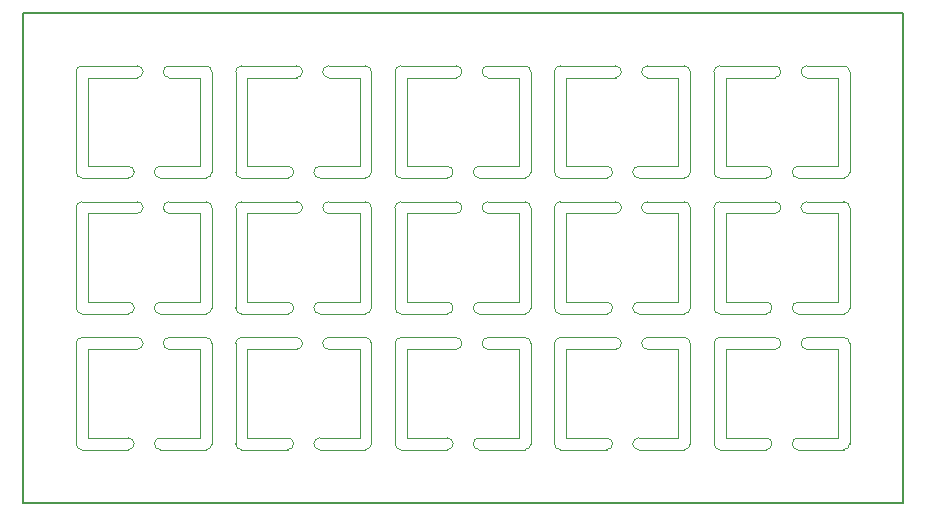
<source format=gbr>
G04 #@! TF.GenerationSoftware,KiCad,Pcbnew,(5.1.4)-1*
G04 #@! TF.CreationDate,2021-03-14T16:57:56+01:00*
G04 #@! TF.ProjectId,panel_5x3,70616e65-6c5f-4357-9833-2e6b69636164,rev?*
G04 #@! TF.SameCoordinates,Original*
G04 #@! TF.FileFunction,Profile,NP*
%FSLAX46Y46*%
G04 Gerber Fmt 4.6, Leading zero omitted, Abs format (unit mm)*
G04 Created by KiCad (PCBNEW (5.1.4)-1) date 2021-03-14 16:57:56*
%MOMM*%
%LPD*%
G04 APERTURE LIST*
%ADD10C,0.100000*%
%ADD11C,0.150000*%
G04 APERTURE END LIST*
D10*
X115500000Y-54000000D02*
X119675000Y-54000000D01*
D11*
X110000000Y-90000000D02*
X110000000Y-48500000D01*
X184500000Y-90000000D02*
X110000000Y-90000000D01*
X184500000Y-48500000D02*
X184500000Y-90000000D01*
X110000000Y-48500000D02*
X184500000Y-48500000D01*
D10*
X179999999Y-84999999D02*
X179999999Y-76499999D01*
X166499999Y-84999999D02*
X166499999Y-76499999D01*
X152999999Y-84999999D02*
X152999999Y-76499999D01*
X139499999Y-84999999D02*
X139499999Y-76499999D01*
X125999999Y-84999999D02*
X125999999Y-76499999D01*
X179999999Y-73499999D02*
X179999999Y-64999999D01*
X166499999Y-73499999D02*
X166499999Y-64999999D01*
X152999999Y-73499999D02*
X152999999Y-64999999D01*
X139499999Y-73499999D02*
X139499999Y-64999999D01*
X125999999Y-73499999D02*
X125999999Y-64999999D01*
X179999999Y-61999999D02*
X179999999Y-53499999D01*
X166499999Y-61999999D02*
X166499999Y-53499999D01*
X152999999Y-61999999D02*
X152999999Y-53499999D01*
X139499999Y-61999999D02*
X139499999Y-53499999D01*
X173425000Y-85000000D02*
G75*
G02X172925002Y-85500000I-499999J-1D01*
G01*
X159925000Y-85000000D02*
G75*
G02X159425002Y-85500000I-499999J-1D01*
G01*
X146425000Y-85000000D02*
G75*
G02X145925002Y-85500000I-499999J-1D01*
G01*
X132925000Y-85000000D02*
G75*
G02X132425002Y-85500000I-499999J-1D01*
G01*
X119425000Y-85000000D02*
G75*
G02X118925002Y-85500000I-499999J-1D01*
G01*
X173425000Y-73500000D02*
G75*
G02X172925002Y-74000000I-499999J-1D01*
G01*
X159925000Y-73500000D02*
G75*
G02X159425002Y-74000000I-499999J-1D01*
G01*
X146425000Y-73500000D02*
G75*
G02X145925002Y-74000000I-499999J-1D01*
G01*
X132925000Y-73500000D02*
G75*
G02X132425002Y-74000000I-499999J-1D01*
G01*
X119425000Y-73500000D02*
G75*
G02X118925002Y-74000000I-499999J-1D01*
G01*
X173425000Y-62000000D02*
G75*
G02X172925002Y-62500000I-499999J-1D01*
G01*
X159925000Y-62000000D02*
G75*
G02X159425002Y-62500000I-499999J-1D01*
G01*
X146425000Y-62000000D02*
G75*
G02X145925002Y-62500000I-499999J-1D01*
G01*
X132925000Y-62000000D02*
G75*
G02X132425002Y-62500000I-499999J-1D01*
G01*
X179999999Y-84999999D02*
G75*
G02X179500001Y-85499999I-499999J-1D01*
G01*
X166499999Y-84999999D02*
G75*
G02X166000001Y-85499999I-499999J-1D01*
G01*
X152999999Y-84999999D02*
G75*
G02X152500001Y-85499999I-499999J-1D01*
G01*
X139499999Y-84999999D02*
G75*
G02X139000001Y-85499999I-499999J-1D01*
G01*
X125999999Y-84999999D02*
G75*
G02X125500001Y-85499999I-499999J-1D01*
G01*
X179999999Y-73499999D02*
G75*
G02X179500001Y-73999999I-499999J-1D01*
G01*
X166499999Y-73499999D02*
G75*
G02X166000001Y-73999999I-499999J-1D01*
G01*
X152999999Y-73499999D02*
G75*
G02X152500001Y-73999999I-499999J-1D01*
G01*
X139499999Y-73499999D02*
G75*
G02X139000001Y-73999999I-499999J-1D01*
G01*
X125999999Y-73499999D02*
G75*
G02X125500001Y-73999999I-499999J-1D01*
G01*
X179999999Y-61999999D02*
G75*
G02X179500001Y-62499999I-499999J-1D01*
G01*
X166499999Y-61999999D02*
G75*
G02X166000001Y-62499999I-499999J-1D01*
G01*
X152999999Y-61999999D02*
G75*
G02X152500001Y-62499999I-499999J-1D01*
G01*
X139499999Y-61999999D02*
G75*
G02X139000001Y-62499999I-499999J-1D01*
G01*
X179499999Y-76000001D02*
G75*
G02X179999999Y-76499999I1J-499999D01*
G01*
X165999999Y-76000001D02*
G75*
G02X166499999Y-76499999I1J-499999D01*
G01*
X152499999Y-76000001D02*
G75*
G02X152999999Y-76499999I1J-499999D01*
G01*
X138999999Y-76000001D02*
G75*
G02X139499999Y-76499999I1J-499999D01*
G01*
X125499999Y-76000001D02*
G75*
G02X125999999Y-76499999I1J-499999D01*
G01*
X179499999Y-64500001D02*
G75*
G02X179999999Y-64999999I1J-499999D01*
G01*
X165999999Y-64500001D02*
G75*
G02X166499999Y-64999999I1J-499999D01*
G01*
X152499999Y-64500001D02*
G75*
G02X152999999Y-64999999I1J-499999D01*
G01*
X138999999Y-64500001D02*
G75*
G02X139499999Y-64999999I1J-499999D01*
G01*
X125499999Y-64500001D02*
G75*
G02X125999999Y-64999999I1J-499999D01*
G01*
X179499999Y-53000001D02*
G75*
G02X179999999Y-53499999I1J-499999D01*
G01*
X165999999Y-53000001D02*
G75*
G02X166499999Y-53499999I1J-499999D01*
G01*
X152499999Y-53000001D02*
G75*
G02X152999999Y-53499999I1J-499999D01*
G01*
X138999999Y-53000001D02*
G75*
G02X139499999Y-53499999I1J-499999D01*
G01*
X169500000Y-84500003D02*
X172924999Y-84500003D01*
X156000000Y-84500003D02*
X159424999Y-84500003D01*
X142500000Y-84500003D02*
X145924999Y-84500003D01*
X129000000Y-84500003D02*
X132424999Y-84500003D01*
X115500000Y-84500003D02*
X118924999Y-84500003D01*
X169500000Y-73000003D02*
X172924999Y-73000003D01*
X156000000Y-73000003D02*
X159424999Y-73000003D01*
X142500000Y-73000003D02*
X145924999Y-73000003D01*
X129000000Y-73000003D02*
X132424999Y-73000003D01*
X115500000Y-73000003D02*
X118924999Y-73000003D01*
X169500000Y-61500003D02*
X172924999Y-61500003D01*
X156000000Y-61500003D02*
X159424999Y-61500003D01*
X142500000Y-61500003D02*
X145924999Y-61500003D01*
X129000000Y-61500003D02*
X132424999Y-61500003D01*
X173675000Y-76000000D02*
G75*
G02X174175000Y-76499998I1J-499999D01*
G01*
X160175000Y-76000000D02*
G75*
G02X160675000Y-76499998I1J-499999D01*
G01*
X146675000Y-76000000D02*
G75*
G02X147175000Y-76499998I1J-499999D01*
G01*
X133175000Y-76000000D02*
G75*
G02X133675000Y-76499998I1J-499999D01*
G01*
X119675000Y-76000000D02*
G75*
G02X120175000Y-76499998I1J-499999D01*
G01*
X173675000Y-64500000D02*
G75*
G02X174175000Y-64999998I1J-499999D01*
G01*
X160175000Y-64500000D02*
G75*
G02X160675000Y-64999998I1J-499999D01*
G01*
X146675000Y-64500000D02*
G75*
G02X147175000Y-64999998I1J-499999D01*
G01*
X133175000Y-64500000D02*
G75*
G02X133675000Y-64999998I1J-499999D01*
G01*
X119675000Y-64500000D02*
G75*
G02X120175000Y-64999998I1J-499999D01*
G01*
X173675000Y-53000000D02*
G75*
G02X174175000Y-53499998I1J-499999D01*
G01*
X160175000Y-53000000D02*
G75*
G02X160675000Y-53499998I1J-499999D01*
G01*
X146675000Y-53000000D02*
G75*
G02X147175000Y-53499998I1J-499999D01*
G01*
X133175000Y-53000000D02*
G75*
G02X133675000Y-53499998I1J-499999D01*
G01*
X179499999Y-76000001D02*
X176375000Y-76000000D01*
X165999999Y-76000001D02*
X162875000Y-76000000D01*
X152499999Y-76000001D02*
X149375000Y-76000000D01*
X138999999Y-76000001D02*
X135875000Y-76000000D01*
X125499999Y-76000001D02*
X122375000Y-76000000D01*
X179499999Y-64500001D02*
X176375000Y-64500000D01*
X165999999Y-64500001D02*
X162875000Y-64500000D01*
X152499999Y-64500001D02*
X149375000Y-64500000D01*
X138999999Y-64500001D02*
X135875000Y-64500000D01*
X125499999Y-64500001D02*
X122375000Y-64500000D01*
X179499999Y-53000001D02*
X176375000Y-53000000D01*
X165999999Y-53000001D02*
X162875000Y-53000000D01*
X152499999Y-53000001D02*
X149375000Y-53000000D01*
X138999999Y-53000001D02*
X135875000Y-53000000D01*
X173675000Y-76000000D02*
X168999999Y-76000001D01*
X160175000Y-76000000D02*
X155499999Y-76000001D01*
X146675000Y-76000000D02*
X141999999Y-76000001D01*
X133175000Y-76000000D02*
X128499999Y-76000001D01*
X119675000Y-76000000D02*
X114999999Y-76000001D01*
X173675000Y-64500000D02*
X168999999Y-64500001D01*
X160175000Y-64500000D02*
X155499999Y-64500001D01*
X146675000Y-64500000D02*
X141999999Y-64500001D01*
X133175000Y-64500000D02*
X128499999Y-64500001D01*
X119675000Y-64500000D02*
X114999999Y-64500001D01*
X173675000Y-53000000D02*
X168999999Y-53000001D01*
X160175000Y-53000000D02*
X155499999Y-53000001D01*
X146675000Y-53000000D02*
X141999999Y-53000001D01*
X133175000Y-53000000D02*
X128499999Y-53000001D01*
X179000000Y-76999998D02*
X176375001Y-76999998D01*
X165500000Y-76999998D02*
X162875001Y-76999998D01*
X152000000Y-76999998D02*
X149375001Y-76999998D01*
X138500000Y-76999998D02*
X135875001Y-76999998D01*
X125000000Y-76999998D02*
X122375001Y-76999998D01*
X179000000Y-65499998D02*
X176375001Y-65499998D01*
X165500000Y-65499998D02*
X162875001Y-65499998D01*
X152000000Y-65499998D02*
X149375001Y-65499998D01*
X138500000Y-65499998D02*
X135875001Y-65499998D01*
X125000000Y-65499998D02*
X122375001Y-65499998D01*
X179000000Y-53999998D02*
X176375001Y-53999998D01*
X165500000Y-53999998D02*
X162875001Y-53999998D01*
X152000000Y-53999998D02*
X149375001Y-53999998D01*
X138500000Y-53999998D02*
X135875001Y-53999998D01*
X168500001Y-76500001D02*
X168500001Y-85000001D01*
X155000001Y-76500001D02*
X155000001Y-85000001D01*
X141500001Y-76500001D02*
X141500001Y-85000001D01*
X128000001Y-76500001D02*
X128000001Y-85000001D01*
X114500001Y-76500001D02*
X114500001Y-85000001D01*
X168500001Y-65000001D02*
X168500001Y-73500001D01*
X155000001Y-65000001D02*
X155000001Y-73500001D01*
X141500001Y-65000001D02*
X141500001Y-73500001D01*
X128000001Y-65000001D02*
X128000001Y-73500001D01*
X114500001Y-65000001D02*
X114500001Y-73500001D01*
X168500001Y-53500001D02*
X168500001Y-62000001D01*
X155000001Y-53500001D02*
X155000001Y-62000001D01*
X141500001Y-53500001D02*
X141500001Y-62000001D01*
X128000001Y-53500001D02*
X128000001Y-62000001D01*
X169000001Y-85499999D02*
X172925000Y-85500000D01*
X155500001Y-85499999D02*
X159425000Y-85500000D01*
X142000001Y-85499999D02*
X145925000Y-85500000D01*
X128500001Y-85499999D02*
X132425000Y-85500000D01*
X115000001Y-85499999D02*
X118925000Y-85500000D01*
X169000001Y-73999999D02*
X172925000Y-74000000D01*
X155500001Y-73999999D02*
X159425000Y-74000000D01*
X142000001Y-73999999D02*
X145925000Y-74000000D01*
X128500001Y-73999999D02*
X132425000Y-74000000D01*
X115000001Y-73999999D02*
X118925000Y-74000000D01*
X169000001Y-62499999D02*
X172925000Y-62500000D01*
X155500001Y-62499999D02*
X159425000Y-62500000D01*
X142000001Y-62499999D02*
X145925000Y-62500000D01*
X128500001Y-62499999D02*
X132425000Y-62500000D01*
X175625000Y-85500000D02*
G75*
G02X175125000Y-85000002I-1J499999D01*
G01*
X162125000Y-85500000D02*
G75*
G02X161625000Y-85000002I-1J499999D01*
G01*
X148625000Y-85500000D02*
G75*
G02X148125000Y-85000002I-1J499999D01*
G01*
X135125000Y-85500000D02*
G75*
G02X134625000Y-85000002I-1J499999D01*
G01*
X121625000Y-85500000D02*
G75*
G02X121125000Y-85000002I-1J499999D01*
G01*
X175625000Y-74000000D02*
G75*
G02X175125000Y-73500002I-1J499999D01*
G01*
X162125000Y-74000000D02*
G75*
G02X161625000Y-73500002I-1J499999D01*
G01*
X148625000Y-74000000D02*
G75*
G02X148125000Y-73500002I-1J499999D01*
G01*
X135125000Y-74000000D02*
G75*
G02X134625000Y-73500002I-1J499999D01*
G01*
X121625000Y-74000000D02*
G75*
G02X121125000Y-73500002I-1J499999D01*
G01*
X175625000Y-62500000D02*
G75*
G02X175125000Y-62000002I-1J499999D01*
G01*
X162125000Y-62500000D02*
G75*
G02X161625000Y-62000002I-1J499999D01*
G01*
X148625000Y-62500000D02*
G75*
G02X148125000Y-62000002I-1J499999D01*
G01*
X135125000Y-62500000D02*
G75*
G02X134625000Y-62000002I-1J499999D01*
G01*
X172925000Y-84500003D02*
G75*
G02X173424999Y-85000000I1J-499998D01*
G01*
X159425000Y-84500003D02*
G75*
G02X159924999Y-85000000I1J-499998D01*
G01*
X145925000Y-84500003D02*
G75*
G02X146424999Y-85000000I1J-499998D01*
G01*
X132425000Y-84500003D02*
G75*
G02X132924999Y-85000000I1J-499998D01*
G01*
X118925000Y-84500003D02*
G75*
G02X119424999Y-85000000I1J-499998D01*
G01*
X172925000Y-73000003D02*
G75*
G02X173424999Y-73500000I1J-499998D01*
G01*
X159425000Y-73000003D02*
G75*
G02X159924999Y-73500000I1J-499998D01*
G01*
X145925000Y-73000003D02*
G75*
G02X146424999Y-73500000I1J-499998D01*
G01*
X132425000Y-73000003D02*
G75*
G02X132924999Y-73500000I1J-499998D01*
G01*
X118925000Y-73000003D02*
G75*
G02X119424999Y-73500000I1J-499998D01*
G01*
X172925000Y-61500003D02*
G75*
G02X173424999Y-62000000I1J-499998D01*
G01*
X159425000Y-61500003D02*
G75*
G02X159924999Y-62000000I1J-499998D01*
G01*
X145925000Y-61500003D02*
G75*
G02X146424999Y-62000000I1J-499998D01*
G01*
X132425000Y-61500003D02*
G75*
G02X132924999Y-62000000I1J-499998D01*
G01*
X179000000Y-84500000D02*
X175625000Y-84500000D01*
X165500000Y-84500000D02*
X162125000Y-84500000D01*
X152000000Y-84500000D02*
X148625000Y-84500000D01*
X138500000Y-84500000D02*
X135125000Y-84500000D01*
X125000000Y-84500000D02*
X121625000Y-84500000D01*
X179000000Y-73000000D02*
X175625000Y-73000000D01*
X165500000Y-73000000D02*
X162125000Y-73000000D01*
X152000000Y-73000000D02*
X148625000Y-73000000D01*
X138500000Y-73000000D02*
X135125000Y-73000000D01*
X125000000Y-73000000D02*
X121625000Y-73000000D01*
X179000000Y-61500000D02*
X175625000Y-61500000D01*
X165500000Y-61500000D02*
X162125000Y-61500000D01*
X152000000Y-61500000D02*
X148625000Y-61500000D01*
X138500000Y-61500000D02*
X135125000Y-61500000D01*
X175124998Y-85000000D02*
G75*
G02X175624999Y-84500000I500001J-1D01*
G01*
X161624998Y-85000000D02*
G75*
G02X162124999Y-84500000I500001J-1D01*
G01*
X148124998Y-85000000D02*
G75*
G02X148624999Y-84500000I500001J-1D01*
G01*
X134624998Y-85000000D02*
G75*
G02X135124999Y-84500000I500001J-1D01*
G01*
X121124998Y-85000000D02*
G75*
G02X121624999Y-84500000I500001J-1D01*
G01*
X175124998Y-73500000D02*
G75*
G02X175624999Y-73000000I500001J-1D01*
G01*
X161624998Y-73500000D02*
G75*
G02X162124999Y-73000000I500001J-1D01*
G01*
X148124998Y-73500000D02*
G75*
G02X148624999Y-73000000I500001J-1D01*
G01*
X134624998Y-73500000D02*
G75*
G02X135124999Y-73000000I500001J-1D01*
G01*
X121124998Y-73500000D02*
G75*
G02X121624999Y-73000000I500001J-1D01*
G01*
X175124998Y-62000000D02*
G75*
G02X175624999Y-61500000I500001J-1D01*
G01*
X161624998Y-62000000D02*
G75*
G02X162124999Y-61500000I500001J-1D01*
G01*
X148124998Y-62000000D02*
G75*
G02X148624999Y-61500000I500001J-1D01*
G01*
X134624998Y-62000000D02*
G75*
G02X135124999Y-61500000I500001J-1D01*
G01*
X179000000Y-84500000D02*
X179000000Y-76999998D01*
X165500000Y-84500000D02*
X165500000Y-76999998D01*
X152000000Y-84500000D02*
X152000000Y-76999998D01*
X138500000Y-84500000D02*
X138500000Y-76999998D01*
X125000000Y-84500000D02*
X125000000Y-76999998D01*
X179000000Y-73000000D02*
X179000000Y-65499998D01*
X165500000Y-73000000D02*
X165500000Y-65499998D01*
X152000000Y-73000000D02*
X152000000Y-65499998D01*
X138500000Y-73000000D02*
X138500000Y-65499998D01*
X125000000Y-73000000D02*
X125000000Y-65499998D01*
X179000000Y-61500000D02*
X179000000Y-53999998D01*
X165500000Y-61500000D02*
X165500000Y-53999998D01*
X152000000Y-61500000D02*
X152000000Y-53999998D01*
X138500000Y-61500000D02*
X138500000Y-53999998D01*
X175625000Y-85500000D02*
X179500000Y-85500000D01*
X162125000Y-85500000D02*
X166000000Y-85500000D01*
X148625000Y-85500000D02*
X152500000Y-85500000D01*
X135125000Y-85500000D02*
X139000000Y-85500000D01*
X121625000Y-85500000D02*
X125500000Y-85500000D01*
X175625000Y-74000000D02*
X179500000Y-74000000D01*
X162125000Y-74000000D02*
X166000000Y-74000000D01*
X148625000Y-74000000D02*
X152500000Y-74000000D01*
X135125000Y-74000000D02*
X139000000Y-74000000D01*
X121625000Y-74000000D02*
X125500000Y-74000000D01*
X175625000Y-62500000D02*
X179500000Y-62500000D01*
X162125000Y-62500000D02*
X166000000Y-62500000D01*
X148625000Y-62500000D02*
X152500000Y-62500000D01*
X135125000Y-62500000D02*
X139000000Y-62500000D01*
X169000001Y-85499999D02*
G75*
G02X168500001Y-85000001I-1J499999D01*
G01*
X155500001Y-85499999D02*
G75*
G02X155000001Y-85000001I-1J499999D01*
G01*
X142000001Y-85499999D02*
G75*
G02X141500001Y-85000001I-1J499999D01*
G01*
X128500001Y-85499999D02*
G75*
G02X128000001Y-85000001I-1J499999D01*
G01*
X115000001Y-85499999D02*
G75*
G02X114500001Y-85000001I-1J499999D01*
G01*
X169000001Y-73999999D02*
G75*
G02X168500001Y-73500001I-1J499999D01*
G01*
X155500001Y-73999999D02*
G75*
G02X155000001Y-73500001I-1J499999D01*
G01*
X142000001Y-73999999D02*
G75*
G02X141500001Y-73500001I-1J499999D01*
G01*
X128500001Y-73999999D02*
G75*
G02X128000001Y-73500001I-1J499999D01*
G01*
X115000001Y-73999999D02*
G75*
G02X114500001Y-73500001I-1J499999D01*
G01*
X169000001Y-62499999D02*
G75*
G02X168500001Y-62000001I-1J499999D01*
G01*
X155500001Y-62499999D02*
G75*
G02X155000001Y-62000001I-1J499999D01*
G01*
X142000001Y-62499999D02*
G75*
G02X141500001Y-62000001I-1J499999D01*
G01*
X128500001Y-62499999D02*
G75*
G02X128000001Y-62000001I-1J499999D01*
G01*
X168500001Y-76500001D02*
G75*
G02X168999999Y-76000001I499999J1D01*
G01*
X155000001Y-76500001D02*
G75*
G02X155499999Y-76000001I499999J1D01*
G01*
X141500001Y-76500001D02*
G75*
G02X141999999Y-76000001I499999J1D01*
G01*
X128000001Y-76500001D02*
G75*
G02X128499999Y-76000001I499999J1D01*
G01*
X114500001Y-76500001D02*
G75*
G02X114999999Y-76000001I499999J1D01*
G01*
X168500001Y-65000001D02*
G75*
G02X168999999Y-64500001I499999J1D01*
G01*
X155000001Y-65000001D02*
G75*
G02X155499999Y-64500001I499999J1D01*
G01*
X141500001Y-65000001D02*
G75*
G02X141999999Y-64500001I499999J1D01*
G01*
X128000001Y-65000001D02*
G75*
G02X128499999Y-64500001I499999J1D01*
G01*
X114500001Y-65000001D02*
G75*
G02X114999999Y-64500001I499999J1D01*
G01*
X168500001Y-53500001D02*
G75*
G02X168999999Y-53000001I499999J1D01*
G01*
X155000001Y-53500001D02*
G75*
G02X155499999Y-53000001I499999J1D01*
G01*
X141500001Y-53500001D02*
G75*
G02X141999999Y-53000001I499999J1D01*
G01*
X128000001Y-53500001D02*
G75*
G02X128499999Y-53000001I499999J1D01*
G01*
X175875001Y-76500000D02*
G75*
G02X176374999Y-76000000I499999J1D01*
G01*
X162375001Y-76500000D02*
G75*
G02X162874999Y-76000000I499999J1D01*
G01*
X148875001Y-76500000D02*
G75*
G02X149374999Y-76000000I499999J1D01*
G01*
X135375001Y-76500000D02*
G75*
G02X135874999Y-76000000I499999J1D01*
G01*
X121875001Y-76500000D02*
G75*
G02X122374999Y-76000000I499999J1D01*
G01*
X175875001Y-65000000D02*
G75*
G02X176374999Y-64500000I499999J1D01*
G01*
X162375001Y-65000000D02*
G75*
G02X162874999Y-64500000I499999J1D01*
G01*
X148875001Y-65000000D02*
G75*
G02X149374999Y-64500000I499999J1D01*
G01*
X135375001Y-65000000D02*
G75*
G02X135874999Y-64500000I499999J1D01*
G01*
X121875001Y-65000000D02*
G75*
G02X122374999Y-64500000I499999J1D01*
G01*
X175875001Y-53500000D02*
G75*
G02X176374999Y-53000000I499999J1D01*
G01*
X162375001Y-53500000D02*
G75*
G02X162874999Y-53000000I499999J1D01*
G01*
X148875001Y-53500000D02*
G75*
G02X149374999Y-53000000I499999J1D01*
G01*
X135375001Y-53500000D02*
G75*
G02X135874999Y-53000000I499999J1D01*
G01*
X169500000Y-84500000D02*
X169500000Y-77000000D01*
X156000000Y-84500000D02*
X156000000Y-77000000D01*
X142500000Y-84500000D02*
X142500000Y-77000000D01*
X129000000Y-84500000D02*
X129000000Y-77000000D01*
X115500000Y-84500000D02*
X115500000Y-77000000D01*
X169500000Y-73000000D02*
X169500000Y-65500000D01*
X156000000Y-73000000D02*
X156000000Y-65500000D01*
X142500000Y-73000000D02*
X142500000Y-65500000D01*
X129000000Y-73000000D02*
X129000000Y-65500000D01*
X115500000Y-73000000D02*
X115500000Y-65500000D01*
X169500000Y-61500000D02*
X169500000Y-54000000D01*
X156000000Y-61500000D02*
X156000000Y-54000000D01*
X142500000Y-61500000D02*
X142500000Y-54000000D01*
X129000000Y-61500000D02*
X129000000Y-54000000D01*
X169500000Y-77000000D02*
X173675000Y-77000000D01*
X156000000Y-77000000D02*
X160175000Y-77000000D01*
X142500000Y-77000000D02*
X146675000Y-77000000D01*
X129000000Y-77000000D02*
X133175000Y-77000000D01*
X115500000Y-77000000D02*
X119675000Y-77000000D01*
X169500000Y-65500000D02*
X173675000Y-65500000D01*
X156000000Y-65500000D02*
X160175000Y-65500000D01*
X142500000Y-65500000D02*
X146675000Y-65500000D01*
X129000000Y-65500000D02*
X133175000Y-65500000D01*
X115500000Y-65500000D02*
X119675000Y-65500000D01*
X169500000Y-54000000D02*
X173675000Y-54000000D01*
X156000000Y-54000000D02*
X160175000Y-54000000D01*
X142500000Y-54000000D02*
X146675000Y-54000000D01*
X129000000Y-54000000D02*
X133175000Y-54000000D01*
X176375001Y-76999998D02*
G75*
G02X175875001Y-76500000I-1J499999D01*
G01*
X162875001Y-76999998D02*
G75*
G02X162375001Y-76500000I-1J499999D01*
G01*
X149375001Y-76999998D02*
G75*
G02X148875001Y-76500000I-1J499999D01*
G01*
X135875001Y-76999998D02*
G75*
G02X135375001Y-76500000I-1J499999D01*
G01*
X122375001Y-76999998D02*
G75*
G02X121875001Y-76500000I-1J499999D01*
G01*
X176375001Y-65499998D02*
G75*
G02X175875001Y-65000000I-1J499999D01*
G01*
X162875001Y-65499998D02*
G75*
G02X162375001Y-65000000I-1J499999D01*
G01*
X149375001Y-65499998D02*
G75*
G02X148875001Y-65000000I-1J499999D01*
G01*
X135875001Y-65499998D02*
G75*
G02X135375001Y-65000000I-1J499999D01*
G01*
X122375001Y-65499998D02*
G75*
G02X121875001Y-65000000I-1J499999D01*
G01*
X176375001Y-53999998D02*
G75*
G02X175875001Y-53500000I-1J499999D01*
G01*
X162875001Y-53999998D02*
G75*
G02X162375001Y-53500000I-1J499999D01*
G01*
X149375001Y-53999998D02*
G75*
G02X148875001Y-53500000I-1J499999D01*
G01*
X135875001Y-53999998D02*
G75*
G02X135375001Y-53500000I-1J499999D01*
G01*
X174175002Y-76500000D02*
G75*
G02X173675001Y-77000000I-500001J1D01*
G01*
X160675002Y-76500000D02*
G75*
G02X160175001Y-77000000I-500001J1D01*
G01*
X147175002Y-76500000D02*
G75*
G02X146675001Y-77000000I-500001J1D01*
G01*
X133675002Y-76500000D02*
G75*
G02X133175001Y-77000000I-500001J1D01*
G01*
X120175002Y-76500000D02*
G75*
G02X119675001Y-77000000I-500001J1D01*
G01*
X174175002Y-65000000D02*
G75*
G02X173675001Y-65500000I-500001J1D01*
G01*
X160675002Y-65000000D02*
G75*
G02X160175001Y-65500000I-500001J1D01*
G01*
X147175002Y-65000000D02*
G75*
G02X146675001Y-65500000I-500001J1D01*
G01*
X133675002Y-65000000D02*
G75*
G02X133175001Y-65500000I-500001J1D01*
G01*
X120175002Y-65000000D02*
G75*
G02X119675001Y-65500000I-500001J1D01*
G01*
X174175002Y-53500000D02*
G75*
G02X173675001Y-54000000I-500001J1D01*
G01*
X160675002Y-53500000D02*
G75*
G02X160175001Y-54000000I-500001J1D01*
G01*
X147175002Y-53500000D02*
G75*
G02X146675001Y-54000000I-500001J1D01*
G01*
X133675002Y-53500000D02*
G75*
G02X133175001Y-54000000I-500001J1D01*
G01*
X125499999Y-53000001D02*
X122375000Y-53000000D01*
X119675000Y-53000000D02*
X114999999Y-53000001D01*
X114500001Y-53500001D02*
X114500001Y-62000001D01*
X115000001Y-62499999D02*
X118925000Y-62500000D01*
X121625000Y-62500000D02*
X125500000Y-62500000D01*
X125999999Y-61999999D02*
X125999999Y-53499999D01*
X125499999Y-53000001D02*
G75*
G02X125999999Y-53499999I1J-499999D01*
G01*
X125999999Y-61999999D02*
G75*
G02X125500001Y-62499999I-499999J-1D01*
G01*
X115000001Y-62499999D02*
G75*
G02X114500001Y-62000001I-1J499999D01*
G01*
X121625000Y-62500000D02*
G75*
G02X121125000Y-62000002I-1J499999D01*
G01*
X119425000Y-62000000D02*
G75*
G02X118925002Y-62500000I-499999J-1D01*
G01*
X114500001Y-53500001D02*
G75*
G02X114999999Y-53000001I499999J1D01*
G01*
X119675000Y-53000000D02*
G75*
G02X120175000Y-53499998I1J-499999D01*
G01*
X121875001Y-53500000D02*
G75*
G02X122374999Y-53000000I499999J1D01*
G01*
X115500000Y-61500003D02*
X118924999Y-61500003D01*
X118925000Y-61500003D02*
G75*
G02X119424999Y-62000000I1J-499998D01*
G01*
X121124998Y-62000000D02*
G75*
G02X121624999Y-61500000I500001J-1D01*
G01*
X125000000Y-61500000D02*
X121625000Y-61500000D01*
X115500000Y-61500000D02*
X115500000Y-54000000D01*
X125000000Y-61500000D02*
X125000000Y-53999998D01*
X125000000Y-53999998D02*
X122375001Y-53999998D01*
X122375001Y-53999998D02*
G75*
G02X121875001Y-53500000I-1J499999D01*
G01*
X120175002Y-53500000D02*
G75*
G02X119675001Y-54000000I-500001J1D01*
G01*
M02*

</source>
